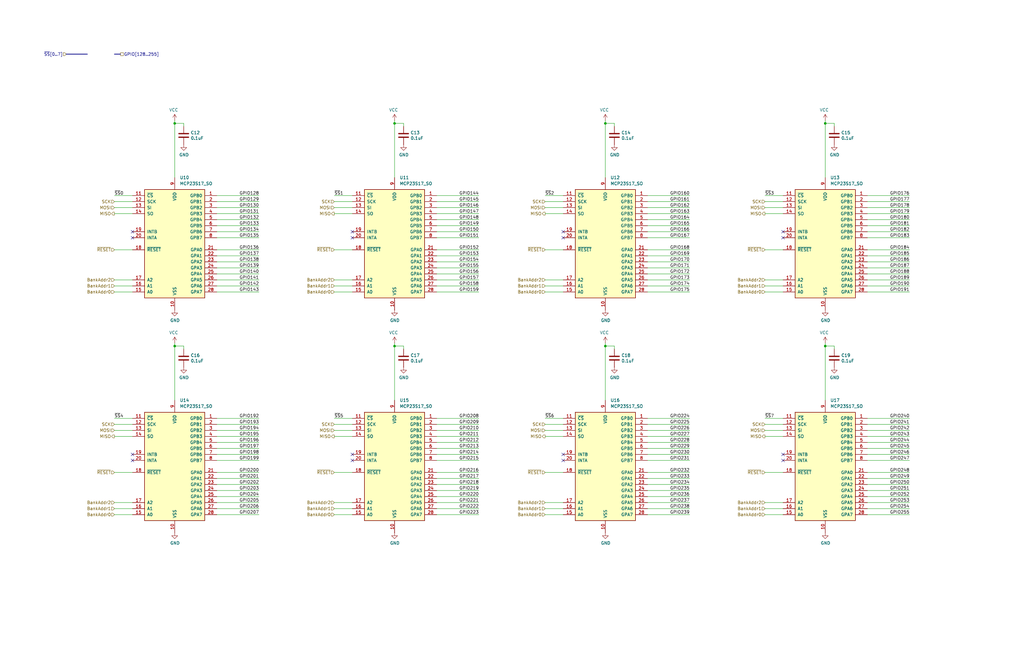
<source format=kicad_sch>
(kicad_sch (version 20250114) (generator "eeschema") (generator_version "9.0")
  (paper "USLedger")
  (title_block (date "2023-04-07"))
  (lib_symbols
    (symbol "Device:C" (pin_numbers (hide yes)) (pin_names (offset 0.254))
      (property "Reference" "C" (at 0.635 2.54 0))
      (property "Value" "C" (at 0.635 -2.54 0))
      (symbol "C_0_1"
        (polyline (pts (xy -2.032 0.762) (xy 2.032 0.762)) (stroke (width 0.508)))
        (polyline (pts (xy -2.032 -0.762) (xy 2.032 -0.762)) (stroke (width 0.508)))
      )
      (symbol "C_1_1"
        (pin passive line (at 0 3.81 270) (length 2.794) (name "~") (number "1"))
        (pin passive line (at 0 -3.81 90) (length 2.794) (name "~") (number "2"))
      )
    )
    (symbol "Interface_Expansion:MCP23S17_SO" (pin_names (offset 1.016))
      (property "Reference" "U" (at -11.43 24.13 0))
      (property "Value" "MCP23S17_SO" (at 0 0 0))
      (symbol "MCP23S17_SO_0_1"
        (rectangle (start -12.7 22.86) (end 12.7 -22.86) (stroke (width 0.254)) (fill (type background)))
      )
      (symbol "MCP23S17_SO_1_1"
        (pin input line (at -17.78 20.32 0) (length 5.08) (name "~{CS}") (number "11"))
        (pin input line (at -17.78 17.78 0) (length 5.08) (name "SCK") (number "12"))
        (pin input line (at -17.78 15.24 0) (length 5.08) (name "SI") (number "13"))
        (pin tri_state line (at -17.78 12.7 0) (length 5.08) (name "SO") (number "14"))
        (pin tri_state line (at -17.78 5.08 0) (length 5.08) (name "INTB") (number "19"))
        (pin tri_state line (at -17.78 2.54 0) (length 5.08) (name "INTA") (number "20"))
        (pin input line (at -17.78 -2.54 0) (length 5.08) (name "~{RESET}") (number "18"))
        (pin input line (at -17.78 -15.24 0) (length 5.08) (name "A2") (number "17"))
        (pin input line (at -17.78 -17.78 0) (length 5.08) (name "A1") (number "16"))
        (pin input line (at -17.78 -20.32 0) (length 5.08) (name "A0") (number "15"))
        (pin power_in line (at 0 27.94 270) (length 5.08) (name "VDD") (number "9"))
        (pin power_in line (at 0 -27.94 90) (length 5.08) (name "VSS") (number "10"))
        (pin bidirectional line (at 17.78 20.32 180) (length 5.08) (name "GPB0") (number "1"))
        (pin bidirectional line (at 17.78 17.78 180) (length 5.08) (name "GPB1") (number "2"))
        (pin bidirectional line (at 17.78 15.24 180) (length 5.08) (name "GPB2") (number "3"))
        (pin bidirectional line (at 17.78 12.7 180) (length 5.08) (name "GPB3") (number "4"))
        (pin bidirectional line (at 17.78 10.16 180) (length 5.08) (name "GPB4") (number "5"))
        (pin bidirectional line (at 17.78 7.62 180) (length 5.08) (name "GPB5") (number "6"))
        (pin bidirectional line (at 17.78 5.08 180) (length 5.08) (name "GPB6") (number "7"))
        (pin bidirectional line (at 17.78 2.54 180) (length 5.08) (name "GPB7") (number "8"))
        (pin bidirectional line (at 17.78 -2.54 180) (length 5.08) (name "GPA0") (number "21"))
        (pin bidirectional line (at 17.78 -5.08 180) (length 5.08) (name "GPA1") (number "22"))
        (pin bidirectional line (at 17.78 -7.62 180) (length 5.08) (name "GPA2") (number "23"))
        (pin bidirectional line (at 17.78 -10.16 180) (length 5.08) (name "GPA3") (number "24"))
        (pin bidirectional line (at 17.78 -12.7 180) (length 5.08) (name "GPA4") (number "25"))
        (pin bidirectional line (at 17.78 -15.24 180) (length 5.08) (name "GPA5") (number "26"))
        (pin bidirectional line (at 17.78 -17.78 180) (length 5.08) (name "GPA6") (number "27"))
        (pin bidirectional line (at 17.78 -20.32 180) (length 5.08) (name "GPA7") (number "28"))
      )
    )
    (symbol "power:GND" (power) (pin_numbers (hide yes)) (pin_names (offset 0) (hide yes))
      (property "Value" "GND" (at 0 -3.81 0))
      (symbol "GND_0_1"
        (polyline (pts (xy 0 0) (xy 0 -1.27) (xy 1.27 -1.27) (xy 0 -2.54) (xy -1.27 -1.27) (xy 0 -1.27)))
      )
      (symbol "GND_1_1"
        (pin power_in line (at 0 0 270) (length 0) (name "~") (number "1"))
      )
    )
    (symbol "power:VCC" (power) (pin_numbers (hide yes)) (pin_names (offset 0) (hide yes))
      (property "Value" "VCC" (at 0 3.556 0))
      (symbol "VCC_0_1"
        (polyline (pts (xy -0.762 1.27) (xy 0 2.54)))
        (polyline (pts (xy 0 2.54) (xy 0.762 1.27)))
        (polyline (pts (xy 0 0) (xy 0 2.54)))
      )
      (symbol "VCC_1_1"
        (pin power_in line (at 0 0 90) (length 0) (name "~") (number "1"))
      )
    )
  )
  (junction (at 73.66 52.07))
  (junction (at 255.27 146.05))
  (junction (at 166.37 146.05))
  (junction (at 73.66 146.05))
  (junction (at 347.98 146.05))
  (junction (at 347.98 52.07))
  (junction (at 166.37 52.07))
  (junction (at 255.27 52.07))
  (no_connect (at 330.2 191.77))
  (no_connect (at 148.59 97.79))
  (no_connect (at 237.49 194.31))
  (no_connect (at 237.49 100.33))
  (no_connect (at 55.88 194.31))
  (no_connect (at 55.88 100.33))
  (no_connect (at 237.49 97.79))
  (no_connect (at 55.88 191.77))
  (no_connect (at 148.59 191.77))
  (no_connect (at 55.88 97.79))
  (no_connect (at 237.49 191.77))
  (no_connect (at 330.2 100.33))
  (no_connect (at 330.2 194.31))
  (no_connect (at 148.59 194.31))
  (no_connect (at 330.2 97.79))
  (no_connect (at 148.59 100.33))
  (wire (pts (xy 322.58 90.17) (xy 330.2 90.17)))
  (wire (pts (xy 201.93 179.07) (xy 184.15 179.07)))
  (wire (pts (xy 201.93 189.23) (xy 184.15 189.23)))
  (wire (pts (xy 201.93 214.63) (xy 184.15 214.63)))
  (wire (pts (xy 140.97 179.07) (xy 148.59 179.07)))
  (wire (pts (xy 201.93 110.49) (xy 184.15 110.49)))
  (wire (pts (xy 140.97 181.61) (xy 148.59 181.61)))
  (wire (pts (xy 322.58 176.53) (xy 330.2 176.53)))
  (wire (pts (xy 201.93 107.95) (xy 184.15 107.95)))
  (wire (pts (xy 322.58 118.11) (xy 330.2 118.11)))
  (wire (pts (xy 383.54 110.49) (xy 365.76 110.49)))
  (wire (pts (xy 229.87 199.39) (xy 237.49 199.39)))
  (wire (pts (xy 229.87 120.65) (xy 237.49 120.65)))
  (wire (pts (xy 201.93 92.71) (xy 184.15 92.71)))
  (wire (pts (xy 383.54 123.19) (xy 365.76 123.19)))
  (wire (pts (xy 290.83 110.49) (xy 273.05 110.49)))
  (wire (pts (xy 229.87 87.63) (xy 237.49 87.63)))
  (wire (pts (xy 73.66 50.8) (xy 73.66 52.07)))
  (wire (pts (xy 259.08 147.32) (xy 259.08 146.05)))
  (wire (pts (xy 48.26 179.07) (xy 55.88 179.07)))
  (wire (pts (xy 322.58 199.39) (xy 330.2 199.39)))
  (wire (pts (xy 109.22 118.11) (xy 91.44 118.11)))
  (wire (pts (xy 383.54 207.01) (xy 365.76 207.01)))
  (wire (pts (xy 201.93 120.65) (xy 184.15 120.65)))
  (wire (pts (xy 290.83 199.39) (xy 273.05 199.39)))
  (wire (pts (xy 383.54 107.95) (xy 365.76 107.95)))
  (wire (pts (xy 322.58 179.07) (xy 330.2 179.07)))
  (wire (pts (xy 383.54 176.53) (xy 365.76 176.53)))
  (wire (pts (xy 109.22 110.49) (xy 91.44 110.49)))
  (wire (pts (xy 383.54 179.07) (xy 365.76 179.07)))
  (wire (pts (xy 48.26 217.17) (xy 55.88 217.17)))
  (wire (pts (xy 290.83 186.69) (xy 273.05 186.69)))
  (wire (pts (xy 166.37 50.8) (xy 166.37 52.07)))
  (wire (pts (xy 140.97 85.09) (xy 148.59 85.09)))
  (wire (pts (xy 48.26 214.63) (xy 55.88 214.63)))
  (wire (pts (xy 109.22 181.61) (xy 91.44 181.61)))
  (wire (pts (xy 290.83 87.63) (xy 273.05 87.63)))
  (wire (pts (xy 170.18 53.34) (xy 170.18 52.07)))
  (wire (pts (xy 290.83 217.17) (xy 273.05 217.17)))
  (wire (pts (xy 290.83 118.11) (xy 273.05 118.11)))
  (wire (pts (xy 290.83 184.15) (xy 273.05 184.15)))
  (wire (pts (xy 201.93 85.09) (xy 184.15 85.09)))
  (wire (pts (xy 109.22 82.55) (xy 91.44 82.55)))
  (wire (pts (xy 109.22 115.57) (xy 91.44 115.57)))
  (wire (pts (xy 201.93 97.79) (xy 184.15 97.79)))
  (wire (pts (xy 347.98 52.07) (xy 351.79 52.07)))
  (wire (pts (xy 322.58 87.63) (xy 330.2 87.63)))
  (wire (pts (xy 322.58 217.17) (xy 330.2 217.17)))
  (wire (pts (xy 140.97 184.15) (xy 148.59 184.15)))
  (wire (pts (xy 48.26 105.41) (xy 55.88 105.41)))
  (wire (pts (xy 347.98 52.07) (xy 347.98 74.93)))
  (bus (pts (xy 27.94 22.86) (xy 36.83 22.86)))
  (wire (pts (xy 290.83 204.47) (xy 273.05 204.47)))
  (wire (pts (xy 383.54 85.09) (xy 365.76 85.09)))
  (wire (pts (xy 290.83 120.65) (xy 273.05 120.65)))
  (wire (pts (xy 383.54 92.71) (xy 365.76 92.71)))
  (wire (pts (xy 201.93 209.55) (xy 184.15 209.55)))
  (wire (pts (xy 383.54 184.15) (xy 365.76 184.15)))
  (wire (pts (xy 77.47 53.34) (xy 77.47 52.07)))
  (bus (pts (xy 50.8 22.86) (xy 48.26 22.86)))
  (wire (pts (xy 383.54 115.57) (xy 365.76 115.57)))
  (wire (pts (xy 229.87 82.55) (xy 237.49 82.55)))
  (wire (pts (xy 48.26 184.15) (xy 55.88 184.15)))
  (wire (pts (xy 166.37 146.05) (xy 170.18 146.05)))
  (wire (pts (xy 201.93 115.57) (xy 184.15 115.57)))
  (wire (pts (xy 229.87 212.09) (xy 237.49 212.09)))
  (wire (pts (xy 140.97 214.63) (xy 148.59 214.63)))
  (wire (pts (xy 48.26 199.39) (xy 55.88 199.39)))
  (wire (pts (xy 383.54 186.69) (xy 365.76 186.69)))
  (wire (pts (xy 201.93 123.19) (xy 184.15 123.19)))
  (wire (pts (xy 109.22 87.63) (xy 91.44 87.63)))
  (wire (pts (xy 290.83 181.61) (xy 273.05 181.61)))
  (wire (pts (xy 166.37 144.78) (xy 166.37 146.05)))
  (wire (pts (xy 109.22 201.93) (xy 91.44 201.93)))
  (wire (pts (xy 109.22 100.33) (xy 91.44 100.33)))
  (wire (pts (xy 48.26 90.17) (xy 55.88 90.17)))
  (wire (pts (xy 109.22 207.01) (xy 91.44 207.01)))
  (wire (pts (xy 229.87 176.53) (xy 237.49 176.53)))
  (wire (pts (xy 73.66 146.05) (xy 77.47 146.05)))
  (wire (pts (xy 383.54 191.77) (xy 365.76 191.77)))
  (wire (pts (xy 109.22 179.07) (xy 91.44 179.07)))
  (wire (pts (xy 201.93 105.41) (xy 184.15 105.41)))
  (wire (pts (xy 322.58 85.09) (xy 330.2 85.09)))
  (wire (pts (xy 229.87 123.19) (xy 237.49 123.19)))
  (wire (pts (xy 383.54 100.33) (xy 365.76 100.33)))
  (wire (pts (xy 322.58 82.55) (xy 330.2 82.55)))
  (wire (pts (xy 140.97 123.19) (xy 148.59 123.19)))
  (wire (pts (xy 48.26 120.65) (xy 55.88 120.65)))
  (wire (pts (xy 109.22 107.95) (xy 91.44 107.95)))
  (wire (pts (xy 166.37 146.05) (xy 166.37 168.91)))
  (wire (pts (xy 383.54 97.79) (xy 365.76 97.79)))
  (wire (pts (xy 166.37 52.07) (xy 166.37 74.93)))
  (wire (pts (xy 347.98 144.78) (xy 347.98 146.05)))
  (wire (pts (xy 229.87 184.15) (xy 237.49 184.15)))
  (wire (pts (xy 383.54 194.31) (xy 365.76 194.31)))
  (wire (pts (xy 290.83 92.71) (xy 273.05 92.71)))
  (wire (pts (xy 77.47 147.32) (xy 77.47 146.05)))
  (wire (pts (xy 322.58 181.61) (xy 330.2 181.61)))
  (wire (pts (xy 383.54 90.17) (xy 365.76 90.17)))
  (wire (pts (xy 73.66 52.07) (xy 73.66 74.93)))
  (wire (pts (xy 290.83 201.93) (xy 273.05 201.93)))
  (wire (pts (xy 229.87 118.11) (xy 237.49 118.11)))
  (wire (pts (xy 351.79 147.32) (xy 351.79 146.05)))
  (wire (pts (xy 201.93 184.15) (xy 184.15 184.15)))
  (wire (pts (xy 109.22 186.69) (xy 91.44 186.69)))
  (wire (pts (xy 290.83 176.53) (xy 273.05 176.53)))
  (wire (pts (xy 322.58 214.63) (xy 330.2 214.63)))
  (wire (pts (xy 140.97 217.17) (xy 148.59 217.17)))
  (wire (pts (xy 255.27 146.05) (xy 259.08 146.05)))
  (wire (pts (xy 109.22 95.25) (xy 91.44 95.25)))
  (wire (pts (xy 73.66 146.05) (xy 73.66 168.91)))
  (wire (pts (xy 383.54 120.65) (xy 365.76 120.65)))
  (wire (pts (xy 166.37 52.07) (xy 170.18 52.07)))
  (wire (pts (xy 73.66 144.78) (xy 73.66 146.05)))
  (wire (pts (xy 48.26 212.09) (xy 55.88 212.09)))
  (wire (pts (xy 109.22 113.03) (xy 91.44 113.03)))
  (wire (pts (xy 48.26 181.61) (xy 55.88 181.61)))
  (wire (pts (xy 229.87 85.09) (xy 237.49 85.09)))
  (wire (pts (xy 383.54 217.17) (xy 365.76 217.17)))
  (wire (pts (xy 229.87 217.17) (xy 237.49 217.17)))
  (wire (pts (xy 109.22 176.53) (xy 91.44 176.53)))
  (wire (pts (xy 383.54 204.47) (xy 365.76 204.47)))
  (wire (pts (xy 140.97 90.17) (xy 148.59 90.17)))
  (wire (pts (xy 140.97 212.09) (xy 148.59 212.09)))
  (wire (pts (xy 383.54 118.11) (xy 365.76 118.11)))
  (wire (pts (xy 290.83 90.17) (xy 273.05 90.17)))
  (wire (pts (xy 383.54 209.55) (xy 365.76 209.55)))
  (wire (pts (xy 229.87 181.61) (xy 237.49 181.61)))
  (wire (pts (xy 322.58 212.09) (xy 330.2 212.09)))
  (wire (pts (xy 201.93 100.33) (xy 184.15 100.33)))
  (wire (pts (xy 201.93 118.11) (xy 184.15 118.11)))
  (wire (pts (xy 109.22 214.63) (xy 91.44 214.63)))
  (wire (pts (xy 259.08 53.34) (xy 259.08 52.07)))
  (wire (pts (xy 140.97 105.41) (xy 148.59 105.41)))
  (wire (pts (xy 290.83 105.41) (xy 273.05 105.41)))
  (wire (pts (xy 290.83 191.77) (xy 273.05 191.77)))
  (wire (pts (xy 109.22 212.09) (xy 91.44 212.09)))
  (wire (pts (xy 140.97 199.39) (xy 148.59 199.39)))
  (wire (pts (xy 48.26 85.09) (xy 55.88 85.09)))
  (wire (pts (xy 170.18 147.32) (xy 170.18 146.05)))
  (wire (pts (xy 109.22 209.55) (xy 91.44 209.55)))
  (wire (pts (xy 140.97 118.11) (xy 148.59 118.11)))
  (wire (pts (xy 322.58 105.41) (xy 330.2 105.41)))
  (wire (pts (xy 140.97 120.65) (xy 148.59 120.65)))
  (wire (pts (xy 322.58 123.19) (xy 330.2 123.19)))
  (wire (pts (xy 383.54 212.09) (xy 365.76 212.09)))
  (wire (pts (xy 201.93 194.31) (xy 184.15 194.31)))
  (wire (pts (xy 48.26 123.19) (xy 55.88 123.19)))
  (wire (pts (xy 347.98 146.05) (xy 351.79 146.05)))
  (wire (pts (xy 201.93 201.93) (xy 184.15 201.93)))
  (wire (pts (xy 109.22 90.17) (xy 91.44 90.17)))
  (wire (pts (xy 383.54 113.03) (xy 365.76 113.03)))
  (wire (pts (xy 109.22 92.71) (xy 91.44 92.71)))
  (wire (pts (xy 383.54 95.25) (xy 365.76 95.25)))
  (wire (pts (xy 109.22 184.15) (xy 91.44 184.15)))
  (wire (pts (xy 201.93 90.17) (xy 184.15 90.17)))
  (wire (pts (xy 109.22 123.19) (xy 91.44 123.19)))
  (wire (pts (xy 290.83 95.25) (xy 273.05 95.25)))
  (wire (pts (xy 290.83 97.79) (xy 273.05 97.79)))
  (wire (pts (xy 109.22 199.39) (xy 91.44 199.39)))
  (wire (pts (xy 255.27 146.05) (xy 255.27 168.91)))
  (wire (pts (xy 290.83 189.23) (xy 273.05 189.23)))
  (wire (pts (xy 229.87 90.17) (xy 237.49 90.17)))
  (wire (pts (xy 255.27 52.07) (xy 259.08 52.07)))
  (wire (pts (xy 201.93 176.53) (xy 184.15 176.53)))
  (wire (pts (xy 229.87 179.07) (xy 237.49 179.07)))
  (wire (pts (xy 201.93 186.69) (xy 184.15 186.69)))
  (wire (pts (xy 109.22 105.41) (xy 91.44 105.41)))
  (wire (pts (xy 109.22 217.17) (xy 91.44 217.17)))
  (wire (pts (xy 140.97 176.53) (xy 148.59 176.53)))
  (wire (pts (xy 48.26 87.63) (xy 55.88 87.63)))
  (wire (pts (xy 290.83 82.55) (xy 273.05 82.55)))
  (wire (pts (xy 201.93 87.63) (xy 184.15 87.63)))
  (wire (pts (xy 383.54 105.41) (xy 365.76 105.41)))
  (wire (pts (xy 255.27 144.78) (xy 255.27 146.05)))
  (wire (pts (xy 290.83 123.19) (xy 273.05 123.19)))
  (wire (pts (xy 290.83 179.07) (xy 273.05 179.07)))
  (wire (pts (xy 109.22 189.23) (xy 91.44 189.23)))
  (wire (pts (xy 290.83 209.55) (xy 273.05 209.55)))
  (wire (pts (xy 48.26 176.53) (xy 55.88 176.53)))
  (wire (pts (xy 229.87 105.41) (xy 237.49 105.41)))
  (wire (pts (xy 351.79 53.34) (xy 351.79 52.07)))
  (wire (pts (xy 73.66 52.07) (xy 77.47 52.07)))
  (wire (pts (xy 347.98 146.05) (xy 347.98 168.91)))
  (wire (pts (xy 201.93 212.09) (xy 184.15 212.09)))
  (wire (pts (xy 109.22 204.47) (xy 91.44 204.47)))
  (wire (pts (xy 290.83 115.57) (xy 273.05 115.57)))
  (wire (pts (xy 109.22 97.79) (xy 91.44 97.79)))
  (wire (pts (xy 383.54 214.63) (xy 365.76 214.63)))
  (wire (pts (xy 255.27 50.8) (xy 255.27 52.07)))
  (wire (pts (xy 290.83 107.95) (xy 273.05 107.95)))
  (wire (pts (xy 290.83 212.09) (xy 273.05 212.09)))
  (wire (pts (xy 201.93 191.77) (xy 184.15 191.77)))
  (wire (pts (xy 140.97 87.63) (xy 148.59 87.63)))
  (wire (pts (xy 201.93 217.17) (xy 184.15 217.17)))
  (wire (pts (xy 201.93 82.55) (xy 184.15 82.55)))
  (wire (pts (xy 290.83 194.31) (xy 273.05 194.31)))
  (wire (pts (xy 255.27 52.07) (xy 255.27 74.93)))
  (wire (pts (xy 290.83 100.33) (xy 273.05 100.33)))
  (wire (pts (xy 109.22 194.31) (xy 91.44 194.31)))
  (wire (pts (xy 201.93 199.39) (xy 184.15 199.39)))
  (wire (pts (xy 383.54 199.39) (xy 365.76 199.39)))
  (wire (pts (xy 48.26 82.55) (xy 55.88 82.55)))
  (wire (pts (xy 383.54 87.63) (xy 365.76 87.63)))
  (wire (pts (xy 201.93 207.01) (xy 184.15 207.01)))
  (wire (pts (xy 290.83 85.09) (xy 273.05 85.09)))
  (wire (pts (xy 201.93 95.25) (xy 184.15 95.25)))
  (wire (pts (xy 48.26 118.11) (xy 55.88 118.11)))
  (wire (pts (xy 109.22 120.65) (xy 91.44 120.65)))
  (wire (pts (xy 347.98 50.8) (xy 347.98 52.07)))
  (wire (pts (xy 109.22 191.77) (xy 91.44 191.77)))
  (wire (pts (xy 322.58 184.15) (xy 330.2 184.15)))
  (wire (pts (xy 201.93 113.03) (xy 184.15 113.03)))
  (wire (pts (xy 109.22 85.09) (xy 91.44 85.09)))
  (wire (pts (xy 140.97 82.55) (xy 148.59 82.55)))
  (wire (pts (xy 383.54 189.23) (xy 365.76 189.23)))
  (wire (pts (xy 290.83 207.01) (xy 273.05 207.01)))
  (wire (pts (xy 290.83 113.03) (xy 273.05 113.03)))
  (wire (pts (xy 383.54 181.61) (xy 365.76 181.61)))
  (wire (pts (xy 201.93 204.47) (xy 184.15 204.47)))
  (wire (pts (xy 229.87 214.63) (xy 237.49 214.63)))
  (wire (pts (xy 322.58 120.65) (xy 330.2 120.65)))
  (wire (pts (xy 383.54 201.93) (xy 365.76 201.93)))
  (wire (pts (xy 383.54 82.55) (xy 365.76 82.55)))
  (wire (pts (xy 201.93 181.61) (xy 184.15 181.61)))
  (wire (pts (xy 290.83 214.63) (xy 273.05 214.63)))
  (label "GPIO223" (at 201.93 217.17 180))
  (label "GPIO194" (at 109.22 181.61 180))
  (label "~{SS}0" (at 48.26 82.55 0))
  (label "GPIO198" (at 109.22 191.77 180))
  (label "GPIO249" (at 383.54 201.93 180))
  (label "GPIO147" (at 201.93 90.17 180))
  (label "GPIO146" (at 201.93 87.63 180))
  (label "GPIO132" (at 109.22 92.71 180))
  (label "GPIO143" (at 109.22 123.19 180))
  (label "GPIO231" (at 290.83 194.31 180))
  (label "GPIO252" (at 383.54 209.55 180))
  (label "GPIO200" (at 109.22 199.39 180))
  (label "~{SS}5" (at 140.97 176.53 0))
  (label "GPIO237" (at 290.83 212.09 180))
  (label "GPIO140" (at 109.22 115.57 180))
  (label "GPIO227" (at 290.83 184.15 180))
  (label "GPIO240" (at 383.54 176.53 180))
  (label "GPIO209" (at 201.93 179.07 180))
  (label "GPIO190" (at 383.54 120.65 180))
  (label "GPIO244" (at 383.54 186.69 180))
  (label "GPIO185" (at 383.54 107.95 180))
  (label "GPIO137" (at 109.22 107.95 180))
  (label "GPIO169" (at 290.83 107.95 180))
  (label "GPIO173" (at 290.83 118.11 180))
  (label "GPIO210" (at 201.93 181.61 180))
  (label "GPIO154" (at 201.93 110.49 180))
  (label "GPIO208" (at 201.93 176.53 180))
  (label "GPIO242" (at 383.54 181.61 180))
  (label "GPIO167" (at 290.83 100.33 180))
  (label "GPIO226" (at 290.83 181.61 180))
  (label "GPIO162" (at 290.83 87.63 180))
  (label "GPIO248" (at 383.54 199.39 180))
  (label "GPIO172" (at 290.83 115.57 180))
  (label "GPIO152" (at 201.93 105.41 180))
  (label "GPIO131" (at 109.22 90.17 180))
  (label "GPIO175" (at 290.83 123.19 180))
  (label "~{SS}3" (at 322.58 82.55 0))
  (label "GPIO148" (at 201.93 92.71 180))
  (label "GPIO181" (at 383.54 95.25 180))
  (label "GPIO221" (at 201.93 212.09 180))
  (label "GPIO138" (at 109.22 110.49 180))
  (label "GPIO204" (at 109.22 209.55 180))
  (label "GPIO183" (at 383.54 100.33 180))
  (label "GPIO129" (at 109.22 85.09 180))
  (label "GPIO171" (at 290.83 113.03 180))
  (label "GPIO189" (at 383.54 118.11 180))
  (label "~{SS}6" (at 229.87 176.53 0))
  (label "GPIO187" (at 383.54 113.03 180))
  (label "GPIO215" (at 201.93 194.31 180))
  (label "GPIO245" (at 383.54 189.23 180))
  (label "GPIO182" (at 383.54 97.79 180))
  (label "GPIO247" (at 383.54 194.31 180))
  (label "GPIO166" (at 290.83 97.79 180))
  (label "GPIO239" (at 290.83 217.17 180))
  (label "GPIO174" (at 290.83 120.65 180))
  (label "GPIO255" (at 383.54 217.17 180))
  (label "GPIO218" (at 201.93 204.47 180))
  (label "~{SS}4" (at 48.26 176.53 0))
  (label "GPIO201" (at 109.22 201.93 180))
  (label "GPIO193" (at 109.22 179.07 180))
  (label "GPIO186" (at 383.54 110.49 180))
  (label "GPIO225" (at 290.83 179.07 180))
  (label "GPIO228" (at 290.83 186.69 180))
  (label "GPIO184" (at 383.54 105.41 180))
  (label "GPIO153" (at 201.93 107.95 180))
  (label "GPIO151" (at 201.93 100.33 180))
  (label "GPIO168" (at 290.83 105.41 180))
  (label "GPIO214" (at 201.93 191.77 180))
  (label "GPIO206" (at 109.22 214.63 180))
  (label "GPIO254" (at 383.54 214.63 180))
  (label "GPIO195" (at 109.22 184.15 180))
  (label "GPIO170" (at 290.83 110.49 180))
  (label "GPIO177" (at 383.54 85.09 180))
  (label "GPIO199" (at 109.22 194.31 180))
  (label "GPIO144" (at 201.93 82.55 180))
  (label "GPIO165" (at 290.83 95.25 180))
  (label "GPIO156" (at 201.93 115.57 180))
  (label "GPIO243" (at 383.54 184.15 180))
  (label "GPIO235" (at 290.83 207.01 180))
  (label "GPIO157" (at 201.93 118.11 180))
  (label "GPIO158" (at 201.93 120.65 180))
  (label "GPIO234" (at 290.83 204.47 180))
  (label "GPIO216" (at 201.93 199.39 180))
  (label "GPIO163" (at 290.83 90.17 180))
  (label "~{SS}7" (at 322.58 176.53 0))
  (label "GPIO141" (at 109.22 118.11 180))
  (label "GPIO160" (at 290.83 82.55 180))
  (label "GPIO145" (at 201.93 85.09 180))
  (label "GPIO220" (at 201.93 209.55 180))
  (label "GPIO191" (at 383.54 123.19 180))
  (label "GPIO246" (at 383.54 191.77 180))
  (label "GPIO136" (at 109.22 105.41 180))
  (label "GPIO128" (at 109.22 82.55 180))
  (label "GPIO250" (at 383.54 204.47 180))
  (label "GPIO150" (at 201.93 97.79 180))
  (label "GPIO232" (at 290.83 199.39 180))
  (label "GPIO253" (at 383.54 212.09 180))
  (label "GPIO135" (at 109.22 100.33 180))
  (label "GPIO155" (at 201.93 113.03 180))
  (label "GPIO164" (at 290.83 92.71 180))
  (label "GPIO230" (at 290.83 191.77 180))
  (label "GPIO139" (at 109.22 113.03 180))
  (label "GPIO134" (at 109.22 97.79 180))
  (label "GPIO130" (at 109.22 87.63 180))
  (label "GPIO233" (at 290.83 201.93 180))
  (label "GPIO205" (at 109.22 212.09 180))
  (label "GPIO207" (at 109.22 217.17 180))
  (label "GPIO212" (at 201.93 186.69 180))
  (label "GPIO178" (at 383.54 87.63 180))
  (label "GPIO192" (at 109.22 176.53 180))
  (label "GPIO180" (at 383.54 92.71 180))
  (label "GPIO196" (at 109.22 186.69 180))
  (label "~{SS}1" (at 140.97 82.55 0))
  (label "GPIO159" (at 201.93 123.19 180))
  (label "GPIO149" (at 201.93 95.25 180))
  (label "GPIO224" (at 290.83 176.53 180))
  (label "GPIO219" (at 201.93 207.01 180))
  (label "GPIO251" (at 383.54 207.01 180))
  (label "GPIO238" (at 290.83 214.63 180))
  (label "GPIO202" (at 109.22 204.47 180))
  (label "GPIO188" (at 383.54 115.57 180))
  (label "GPIO203" (at 109.22 207.01 180))
  (label "GPIO222" (at 201.93 214.63 180))
  (label "GPIO236" (at 290.83 209.55 180))
  (label "GPIO211" (at 201.93 184.15 180))
  (label "GPIO142" (at 109.22 120.65 180))
  (label "GPIO161" (at 290.83 85.09 180))
  (label "GPIO179" (at 383.54 90.17 180))
  (label "GPIO213" (at 201.93 189.23 180))
  (label "~{SS}2" (at 229.87 82.55 0))
  (label "GPIO217" (at 201.93 201.93 180))
  (label "GPIO197" (at 109.22 189.23 180))
  (label "GPIO241" (at 383.54 179.07 180))
  (label "GPIO229" (at 290.83 189.23 180))
  (label "GPIO176" (at 383.54 82.55 180))
  (label "GPIO133" (at 109.22 95.25 180))
  (hierarchical_label "BankAddr2" (shape input) (at 140.97 212.09 180))
  (hierarchical_label "MISO" (shape output) (at 322.58 184.15 180))
  (hierarchical_label "BankAddr0" (shape input) (at 322.58 217.17 180))
  (hierarchical_label "SCK" (shape input) (at 48.26 179.07 180))
  (hierarchical_label "MISO" (shape output) (at 48.26 184.15 180))
  (hierarchical_label "~{RESET}" (shape input) (at 322.58 105.41 180))
  (hierarchical_label "~{RESET}" (shape input) (at 48.26 105.41 180))
  (hierarchical_label "BankAddr1" (shape input) (at 140.97 120.65 180))
  (hierarchical_label "~{RESET}" (shape input) (at 322.58 199.39 180))
  (hierarchical_label "MISO" (shape output) (at 229.87 90.17 180))
  (hierarchical_label "BankAddr2" (shape input) (at 229.87 118.11 180))
  (hierarchical_label "BankAddr1" (shape input) (at 48.26 214.63 180))
  (hierarchical_label "BankAddr0" (shape input) (at 48.26 217.17 180))
  (hierarchical_label "SCK" (shape input) (at 140.97 85.09 180))
  (hierarchical_label "GPIO[128..255]" (shape passive) (at 50.8 22.86 0))
  (hierarchical_label "MOSI" (shape input) (at 322.58 87.63 180))
  (hierarchical_label "MOSI" (shape input) (at 229.87 87.63 180))
  (hierarchical_label "MOSI" (shape input) (at 48.26 87.63 180))
  (hierarchical_label "BankAddr1" (shape input) (at 322.58 120.65 180))
  (hierarchical_label "SCK" (shape input) (at 229.87 85.09 180))
  (hierarchical_label "MISO" (shape output) (at 140.97 90.17 180))
  (hierarchical_label "BankAddr1" (shape input) (at 140.97 214.63 180))
  (hierarchical_label "~{RESET}" (shape input) (at 229.87 199.39 180))
  (hierarchical_label "BankAddr2" (shape input) (at 48.26 118.11 180))
  (hierarchical_label "BankAddr0" (shape input) (at 322.58 123.19 180))
  (hierarchical_label "BankAddr2" (shape input) (at 322.58 212.09 180))
  (hierarchical_label "BankAddr0" (shape input) (at 48.26 123.19 180))
  (hierarchical_label "MISO" (shape output) (at 229.87 184.15 180))
  (hierarchical_label "BankAddr0" (shape input) (at 229.87 123.19 180))
  (hierarchical_label "~{RESET}" (shape input) (at 140.97 199.39 180))
  (hierarchical_label "SCK" (shape input) (at 140.97 179.07 180))
  (hierarchical_label "~{SS}[0..7]" (shape input) (at 27.94 22.86 180))
  (hierarchical_label "BankAddr2" (shape input) (at 48.26 212.09 180))
  (hierarchical_label "BankAddr2" (shape input) (at 229.87 212.09 180))
  (hierarchical_label "~{RESET}" (shape input) (at 140.97 105.41 180))
  (hierarchical_label "BankAddr1" (shape input) (at 322.58 214.63 180))
  (hierarchical_label "MISO" (shape output) (at 140.97 184.15 180))
  (hierarchical_label "BankAddr1" (shape input) (at 229.87 214.63 180))
  (hierarchical_label "~{RESET}" (shape input) (at 229.87 105.41 180))
  (hierarchical_label "SCK" (shape input) (at 48.26 85.09 180))
  (hierarchical_label "MOSI" (shape input) (at 322.58 181.61 180))
  (hierarchical_label "MOSI" (shape input) (at 140.97 87.63 180))
  (hierarchical_label "~{RESET}" (shape input) (at 48.26 199.39 180))
  (hierarchical_label "BankAddr1" (shape input) (at 229.87 120.65 180))
  (hierarchical_label "SCK" (shape input) (at 322.58 179.07 180))
  (hierarchical_label "MISO" (shape output) (at 322.58 90.17 180))
  (hierarchical_label "BankAddr2" (shape input) (at 322.58 118.11 180))
  (hierarchical_label "MOSI" (shape input) (at 140.97 181.61 180))
  (hierarchical_label "SCK" (shape input) (at 229.87 179.07 180))
  (hierarchical_label "BankAddr2" (shape input) (at 140.97 118.11 180))
  (hierarchical_label "SCK" (shape input) (at 322.58 85.09 180))
  (hierarchical_label "MOSI" (shape input) (at 229.87 181.61 180))
  (hierarchical_label "BankAddr0" (shape input) (at 140.97 123.19 180))
  (hierarchical_label "BankAddr1" (shape input) (at 48.26 120.65 180))
  (hierarchical_label "MISO" (shape output) (at 48.26 90.17 180))
  (hierarchical_label "MOSI" (shape input) (at 48.26 181.61 180))
  (hierarchical_label "BankAddr0" (shape input) (at 140.97 217.17 180))
  (hierarchical_label "BankAddr0" (shape input) (at 229.87 217.17 180))
  (symbol (lib_id "Device:C") (at 170.18 57.15 0) (unit 1)
    (property "Reference" "C13" (at 173.101 55.9816 0) (effects (justify left)))
    (property "Value" "0.1uF" (at 173.101 58.293 0) (effects (justify left)))
    (property "Footprint" "Capacitor_SMD:C_0603_1608Metric" (effects (hide yes)))
    (property "Datasheet" "https://www.mouser.com/datasheet/2/396/taiyo_yuden_12132018_mlcc11_hq_e-1510082.pdf" (effects (hide yes)))
    (property "Manufacturer" "Taiyo Yuden" (effects (hide yes)))
    (property "Manufacturer#" "EMK107B7104KAHT" (effects (hide yes)))
    (property "Mouser#" "963-EMK107B7104KAHT" (effects (hide yes)))
    (property "Digikey#" "587-6004-1-ND" (effects (hide yes)))
  )
  (symbol (lib_id "Interface_Expansion:MCP23S17_SO") (at 347.98 196.85 0) (unit 1)
    (property "Reference" "U17" (at 350.1233 168.91 0) (effects (justify left)))
    (property "Value" "MCP23S17_SO" (at 350.1233 171.45 0) (effects (justify left)))
    (property "Footprint" "Package_SO:SOIC-28W_7.5x17.9mm_P1.27mm" (effects (hide yes)))
    (property "Datasheet" "http://ww1.microchip.com/downloads/en/DeviceDoc/20001952C.pdf" (effects (hide yes)))
    (property "Description" "16-bit I/O expander, SPI, interrupts, w pull-ups, SOIC-28" (effects (hide yes)))
  )
  (symbol (lib_id "Interface_Expansion:MCP23S17_SO") (at 255.27 196.85 0) (unit 1)
    (property "Reference" "U16" (at 257.4133 168.91 0) (effects (justify left)))
    (property "Value" "MCP23S17_SO" (at 257.4133 171.45 0) (effects (justify left)))
    (property "Footprint" "Package_SO:SOIC-28W_7.5x17.9mm_P1.27mm" (effects (hide yes)))
    (property "Datasheet" "http://ww1.microchip.com/downloads/en/DeviceDoc/20001952C.pdf" (effects (hide yes)))
    (property "Description" "16-bit I/O expander, SPI, interrupts, w pull-ups, SOIC-28" (effects (hide yes)))
  )
  (symbol (lib_id "Interface_Expansion:MCP23S17_SO") (at 73.66 102.87 0) (unit 1)
    (property "Reference" "U10" (at 75.8033 74.93 0) (effects (justify left)))
    (property "Value" "MCP23S17_SO" (at 75.8033 77.47 0) (effects (justify left)))
    (property "Footprint" "Package_SO:SOIC-28W_7.5x17.9mm_P1.27mm" (effects (hide yes)))
    (property "Datasheet" "http://ww1.microchip.com/downloads/en/DeviceDoc/20001952C.pdf" (effects (hide yes)))
    (property "Description" "16-bit I/O expander, SPI, interrupts, w pull-ups, SOIC-28" (effects (hide yes)))
  )
  (symbol (lib_id "power:VCC") (at 347.98 50.8 0) (mirror y) (unit 1)
    (property "Reference" "#PWR082" (effects (hide yes)))
    (property "Value" "VCC" (at 347.5482 46.4058 0))
    (property "Description" "Power symbol creates a global label with name \"VCC\"" (effects (hide yes)))
  )
  (symbol (lib_id "power:VCC") (at 166.37 144.78 0) (mirror y) (unit 1)
    (property "Reference" "#PWR092" (effects (hide yes)))
    (property "Value" "VCC" (at 165.9382 140.3858 0))
    (property "Description" "Power symbol creates a global label with name \"VCC\"" (effects (hide yes)))
  )
  (symbol (lib_id "power:GND") (at 77.47 154.94 0) (unit 1)
    (property "Reference" "#PWR095" (effects (hide yes)))
    (property "Value" "GND" (at 77.597 159.3342 0))
    (property "Description" "Power symbol creates a global label with name \"GND\" , ground" (effects (hide yes)))
  )
  (symbol (lib_id "Interface_Expansion:MCP23S17_SO") (at 255.27 102.87 0) (unit 1)
    (property "Reference" "U12" (at 257.4133 74.93 0) (effects (justify left)))
    (property "Value" "MCP23S17_SO" (at 257.4133 77.47 0) (effects (justify left)))
    (property "Footprint" "Package_SO:SOIC-28W_7.5x17.9mm_P1.27mm" (effects (hide yes)))
    (property "Datasheet" "http://ww1.microchip.com/downloads/en/DeviceDoc/20001952C.pdf" (effects (hide yes)))
    (property "Description" "16-bit I/O expander, SPI, interrupts, w pull-ups, SOIC-28" (effects (hide yes)))
  )
  (symbol (lib_id "Device:C") (at 77.47 57.15 0) (unit 1)
    (property "Reference" "C12" (at 80.391 55.9816 0) (effects (justify left)))
    (property "Value" "0.1uF" (at 80.391 58.293 0) (effects (justify left)))
    (property "Footprint" "Capacitor_SMD:C_0603_1608Metric" (effects (hide yes)))
    (property "Datasheet" "https://www.mouser.com/datasheet/2/396/taiyo_yuden_12132018_mlcc11_hq_e-1510082.pdf" (effects (hide yes)))
    (property "Manufacturer" "Taiyo Yuden" (effects (hide yes)))
    (property "Manufacturer#" "EMK107B7104KAHT" (effects (hide yes)))
    (property "Mouser#" "963-EMK107B7104KAHT" (effects (hide yes)))
    (property "Digikey#" "587-6004-1-ND" (effects (hide yes)))
  )
  (symbol (lib_id "power:GND") (at 73.66 224.79 0) (unit 1)
    (property "Reference" "#PWR099" (effects (hide yes)))
    (property "Value" "GND" (at 73.787 229.1842 0))
    (property "Description" "Power symbol creates a global label with name \"GND\" , ground" (effects (hide yes)))
  )
  (symbol (lib_id "power:GND") (at 166.37 130.81 0) (unit 1)
    (property "Reference" "#PWR088" (effects (hide yes)))
    (property "Value" "GND" (at 166.497 135.2042 0))
    (property "Description" "Power symbol creates a global label with name \"GND\" , ground" (effects (hide yes)))
  )
  (symbol (lib_id "power:GND") (at 255.27 224.79 0) (unit 1)
    (property "Reference" "#PWR0101" (effects (hide yes)))
    (property "Value" "GND" (at 255.397 229.1842 0))
    (property "Description" "Power symbol creates a global label with name \"GND\" , ground" (effects (hide yes)))
  )
  (symbol (lib_id "power:GND") (at 347.98 130.81 0) (unit 1)
    (property "Reference" "#PWR090" (effects (hide yes)))
    (property "Value" "GND" (at 348.107 135.2042 0))
    (property "Description" "Power symbol creates a global label with name \"GND\" , ground" (effects (hide yes)))
  )
  (symbol (lib_id "Device:C") (at 351.79 57.15 0) (unit 1)
    (property "Reference" "C15" (at 354.711 55.9816 0) (effects (justify left)))
    (property "Value" "0.1uF" (at 354.711 58.293 0) (effects (justify left)))
    (property "Footprint" "Capacitor_SMD:C_0603_1608Metric" (effects (hide yes)))
    (property "Datasheet" "https://www.mouser.com/datasheet/2/396/taiyo_yuden_12132018_mlcc11_hq_e-1510082.pdf" (effects (hide yes)))
    (property "Manufacturer" "Taiyo Yuden" (effects (hide yes)))
    (property "Manufacturer#" "EMK107B7104KAHT" (effects (hide yes)))
    (property "Mouser#" "963-EMK107B7104KAHT" (effects (hide yes)))
    (property "Digikey#" "587-6004-1-ND" (effects (hide yes)))
  )
  (symbol (lib_id "power:VCC") (at 255.27 50.8 0) (mirror y) (unit 1)
    (property "Reference" "#PWR081" (effects (hide yes)))
    (property "Value" "VCC" (at 254.8382 46.4058 0))
    (property "Description" "Power symbol creates a global label with name \"VCC\"" (effects (hide yes)))
  )
  (symbol (lib_id "power:VCC") (at 73.66 50.8 0) (mirror y) (unit 1)
    (property "Reference" "#PWR079" (effects (hide yes)))
    (property "Value" "VCC" (at 73.2282 46.4058 0))
    (property "Description" "Power symbol creates a global label with name \"VCC\"" (effects (hide yes)))
  )
  (symbol (lib_id "power:GND") (at 255.27 130.81 0) (unit 1)
    (property "Reference" "#PWR089" (effects (hide yes)))
    (property "Value" "GND" (at 255.397 135.2042 0))
    (property "Description" "Power symbol creates a global label with name \"GND\" , ground" (effects (hide yes)))
  )
  (symbol (lib_id "Interface_Expansion:MCP23S17_SO") (at 166.37 102.87 0) (unit 1)
    (property "Reference" "U11" (at 168.5133 74.93 0) (effects (justify left)))
    (property "Value" "MCP23S17_SO" (at 168.5133 77.47 0) (effects (justify left)))
    (property "Footprint" "Package_SO:SOIC-28W_7.5x17.9mm_P1.27mm" (effects (hide yes)))
    (property "Datasheet" "http://ww1.microchip.com/downloads/en/DeviceDoc/20001952C.pdf" (effects (hide yes)))
    (property "Description" "16-bit I/O expander, SPI, interrupts, w pull-ups, SOIC-28" (effects (hide yes)))
  )
  (symbol (lib_id "Device:C") (at 259.08 57.15 0) (unit 1)
    (property "Reference" "C14" (at 262.001 55.9816 0) (effects (justify left)))
    (property "Value" "0.1uF" (at 262.001 58.293 0) (effects (justify left)))
    (property "Footprint" "Capacitor_SMD:C_0603_1608Metric" (effects (hide yes)))
    (property "Datasheet" "https://www.mouser.com/datasheet/2/396/taiyo_yuden_12132018_mlcc11_hq_e-1510082.pdf" (effects (hide yes)))
    (property "Manufacturer" "Taiyo Yuden" (effects (hide yes)))
    (property "Manufacturer#" "EMK107B7104KAHT" (effects (hide yes)))
    (property "Mouser#" "963-EMK107B7104KAHT" (effects (hide yes)))
    (property "Digikey#" "587-6004-1-ND" (effects (hide yes)))
  )
  (symbol (lib_id "power:GND") (at 347.98 224.79 0) (unit 1)
    (property "Reference" "#PWR0102" (effects (hide yes)))
    (property "Value" "GND" (at 348.107 229.1842 0))
    (property "Description" "Power symbol creates a global label with name \"GND\" , ground" (effects (hide yes)))
  )
  (symbol (lib_id "power:VCC") (at 166.37 50.8 0) (mirror y) (unit 1)
    (property "Reference" "#PWR080" (effects (hide yes)))
    (property "Value" "VCC" (at 165.9382 46.4058 0))
    (property "Description" "Power symbol creates a global label with name \"VCC\"" (effects (hide yes)))
  )
  (symbol (lib_id "power:GND") (at 77.47 60.96 0) (unit 1)
    (property "Reference" "#PWR083" (effects (hide yes)))
    (property "Value" "GND" (at 77.597 65.3542 0))
    (property "Description" "Power symbol creates a global label with name \"GND\" , ground" (effects (hide yes)))
  )
  (symbol (lib_id "power:GND") (at 170.18 154.94 0) (unit 1)
    (property "Reference" "#PWR096" (effects (hide yes)))
    (property "Value" "GND" (at 170.307 159.3342 0))
    (property "Description" "Power symbol creates a global label with name \"GND\" , ground" (effects (hide yes)))
  )
  (symbol (lib_id "Device:C") (at 351.79 151.13 0) (unit 1)
    (property "Reference" "C19" (at 354.711 149.9616 0) (effects (justify left)))
    (property "Value" "0.1uF" (at 354.711 152.273 0) (effects (justify left)))
    (property "Footprint" "Capacitor_SMD:C_0603_1608Metric" (effects (hide yes)))
    (property "Datasheet" "https://www.mouser.com/datasheet/2/396/taiyo_yuden_12132018_mlcc11_hq_e-1510082.pdf" (effects (hide yes)))
    (property "Manufacturer" "Taiyo Yuden" (effects (hide yes)))
    (property "Manufacturer#" "EMK107B7104KAHT" (effects (hide yes)))
    (property "Mouser#" "963-EMK107B7104KAHT" (effects (hide yes)))
    (property "Digikey#" "587-6004-1-ND" (effects (hide yes)))
  )
  (symbol (lib_id "power:GND") (at 166.37 224.79 0) (unit 1)
    (property "Reference" "#PWR0100" (effects (hide yes)))
    (property "Value" "GND" (at 166.497 229.1842 0))
    (property "Description" "Power symbol creates a global label with name \"GND\" , ground" (effects (hide yes)))
  )
  (symbol (lib_id "power:VCC") (at 255.27 144.78 0) (mirror y) (unit 1)
    (property "Reference" "#PWR093" (effects (hide yes)))
    (property "Value" "VCC" (at 254.8382 140.3858 0))
    (property "Description" "Power symbol creates a global label with name \"VCC\"" (effects (hide yes)))
  )
  (symbol (lib_id "power:GND") (at 259.08 154.94 0) (unit 1)
    (property "Reference" "#PWR097" (effects (hide yes)))
    (property "Value" "GND" (at 259.207 159.3342 0))
    (property "Description" "Power symbol creates a global label with name \"GND\" , ground" (effects (hide yes)))
  )
  (symbol (lib_id "power:GND") (at 259.08 60.96 0) (unit 1)
    (property "Reference" "#PWR085" (effects (hide yes)))
    (property "Value" "GND" (at 259.207 65.3542 0))
    (property "Description" "Power symbol creates a global label with name \"GND\" , ground" (effects (hide yes)))
  )
  (symbol (lib_id "Device:C") (at 259.08 151.13 0) (unit 1)
    (property "Reference" "C18" (at 262.001 149.9616 0) (effects (justify left)))
    (property "Value" "0.1uF" (at 262.001 152.273 0) (effects (justify left)))
    (property "Footprint" "Capacitor_SMD:C_0603_1608Metric" (effects (hide yes)))
    (property "Datasheet" "https://www.mouser.com/datasheet/2/396/taiyo_yuden_12132018_mlcc11_hq_e-1510082.pdf" (effects (hide yes)))
    (property "Manufacturer" "Taiyo Yuden" (effects (hide yes)))
    (property "Manufacturer#" "EMK107B7104KAHT" (effects (hide yes)))
    (property "Mouser#" "963-EMK107B7104KAHT" (effects (hide yes)))
    (property "Digikey#" "587-6004-1-ND" (effects (hide yes)))
  )
  (symbol (lib_id "Interface_Expansion:MCP23S17_SO") (at 347.98 102.87 0) (unit 1)
    (property "Reference" "U13" (at 350.1233 74.93 0) (effects (justify left)))
    (property "Value" "MCP23S17_SO" (at 350.1233 77.47 0) (effects (justify left)))
    (property "Footprint" "Package_SO:SOIC-28W_7.5x17.9mm_P1.27mm" (effects (hide yes)))
    (property "Datasheet" "http://ww1.microchip.com/downloads/en/DeviceDoc/20001952C.pdf" (effects (hide yes)))
    (property "Description" "16-bit I/O expander, SPI, interrupts, w pull-ups, SOIC-28" (effects (hide yes)))
  )
  (symbol (lib_id "Interface_Expansion:MCP23S17_SO") (at 166.37 196.85 0) (unit 1)
    (property "Reference" "U15" (at 168.5133 168.91 0) (effects (justify left)))
    (property "Value" "MCP23S17_SO" (at 168.5133 171.45 0) (effects (justify left)))
    (property "Footprint" "Package_SO:SOIC-28W_7.5x17.9mm_P1.27mm" (effects (hide yes)))
    (property "Datasheet" "http://ww1.microchip.com/downloads/en/DeviceDoc/20001952C.pdf" (effects (hide yes)))
    (property "Description" "16-bit I/O expander, SPI, interrupts, w pull-ups, SOIC-28" (effects (hide yes)))
  )
  (symbol (lib_id "Device:C") (at 170.18 151.13 0) (unit 1)
    (property "Reference" "C17" (at 173.101 149.9616 0) (effects (justify left)))
    (property "Value" "0.1uF" (at 173.101 152.273 0) (effects (justify left)))
    (property "Footprint" "Capacitor_SMD:C_0603_1608Metric" (effects (hide yes)))
    (property "Datasheet" "https://www.mouser.com/datasheet/2/396/taiyo_yuden_12132018_mlcc11_hq_e-1510082.pdf" (effects (hide yes)))
    (property "Manufacturer" "Taiyo Yuden" (effects (hide yes)))
    (property "Manufacturer#" "EMK107B7104KAHT" (effects (hide yes)))
    (property "Mouser#" "963-EMK107B7104KAHT" (effects (hide yes)))
    (property "Digikey#" "587-6004-1-ND" (effects (hide yes)))
  )
  (symbol (lib_id "power:GND") (at 351.79 60.96 0) (unit 1)
    (property "Reference" "#PWR086" (effects (hide yes)))
    (property "Value" "GND" (at 351.917 65.3542 0))
    (property "Description" "Power symbol creates a global label with name \"GND\" , ground" (effects (hide yes)))
  )
  (symbol (lib_id "power:VCC") (at 73.66 144.78 0) (mirror y) (unit 1)
    (property "Reference" "#PWR091" (effects (hide yes)))
    (property "Value" "VCC" (at 73.2282 140.3858 0))
    (property "Description" "Power symbol creates a global label with name \"VCC\"" (effects (hide yes)))
  )
  (symbol (lib_id "Device:C") (at 77.47 151.13 0) (unit 1)
    (property "Reference" "C16" (at 80.391 149.9616 0) (effects (justify left)))
    (property "Value" "0.1uF" (at 80.391 152.273 0) (effects (justify left)))
    (property "Footprint" "Capacitor_SMD:C_0603_1608Metric" (effects (hide yes)))
    (property "Datasheet" "https://www.mouser.com/datasheet/2/396/taiyo_yuden_12132018_mlcc11_hq_e-1510082.pdf" (effects (hide yes)))
    (property "Manufacturer" "Taiyo Yuden" (effects (hide yes)))
    (property "Manufacturer#" "EMK107B7104KAHT" (effects (hide yes)))
    (property "Mouser#" "963-EMK107B7104KAHT" (effects (hide yes)))
    (property "Digikey#" "587-6004-1-ND" (effects (hide yes)))
  )
  (symbol (lib_id "power:GND") (at 351.79 154.94 0) (unit 1)
    (property "Reference" "#PWR098" (effects (hide yes)))
    (property "Value" "GND" (at 351.917 159.3342 0))
    (property "Description" "Power symbol creates a global label with name \"GND\" , ground" (effects (hide yes)))
  )
  (symbol (lib_id "power:GND") (at 170.18 60.96 0) (unit 1)
    (property "Reference" "#PWR084" (effects (hide yes)))
    (property "Value" "GND" (at 170.307 65.3542 0))
    (property "Description" "Power symbol creates a global label with name \"GND\" , ground" (effects (hide yes)))
  )
  (symbol (lib_id "Interface_Expansion:MCP23S17_SO") (at 73.66 196.85 0) (unit 1)
    (property "Reference" "U14" (at 75.8033 168.91 0) (effects (justify left)))
    (property "Value" "MCP23S17_SO" (at 75.8033 171.45 0) (effects (justify left)))
    (property "Footprint" "Package_SO:SOIC-28W_7.5x17.9mm_P1.27mm" (effects (hide yes)))
    (property "Datasheet" "http://ww1.microchip.com/downloads/en/DeviceDoc/20001952C.pdf" (effects (hide yes)))
    (property "Description" "16-bit I/O expander, SPI, interrupts, w pull-ups, SOIC-28" (effects (hide yes)))
  )
  (symbol (lib_id "power:GND") (at 73.66 130.81 0) (unit 1)
    (property "Reference" "#PWR087" (effects (hide yes)))
    (property "Value" "GND" (at 73.787 135.2042 0))
    (property "Description" "Power symbol creates a global label with name \"GND\" , ground" (effects (hide yes)))
  )
  (symbol (lib_id "power:VCC") (at 347.98 144.78 0) (mirror y) (unit 1)
    (property "Reference" "#PWR094" (effects (hide yes)))
    (property "Value" "VCC" (at 347.5482 140.3858 0))
    (property "Description" "Power symbol creates a global label with name \"VCC\"" (effects (hide yes)))
  )
)
</source>
